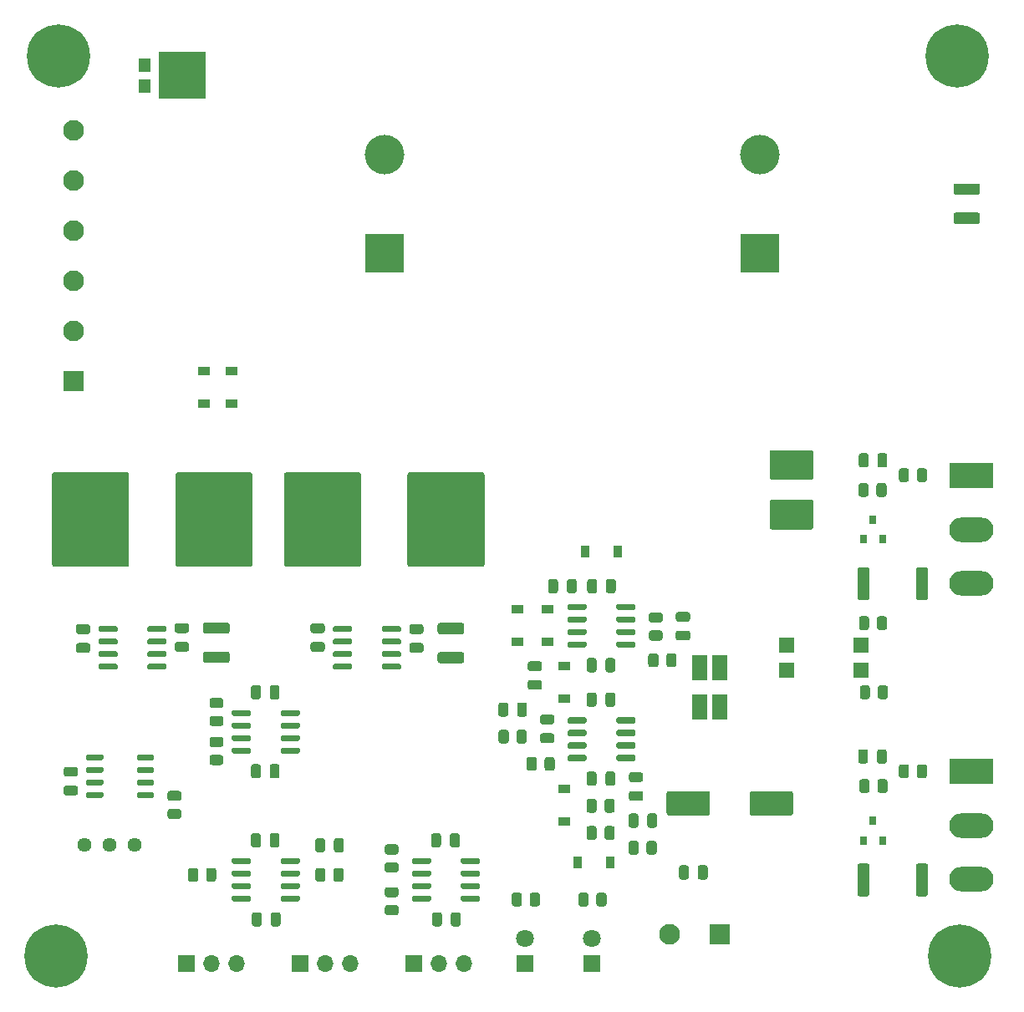
<source format=gbr>
%TF.GenerationSoftware,KiCad,Pcbnew,(5.1.10-1-10_14)*%
%TF.CreationDate,2021-12-23T00:47:36+01:00*%
%TF.ProjectId,NordstroemSupply,4e6f7264-7374-4726-9f65-6d537570706c,rev?*%
%TF.SameCoordinates,Original*%
%TF.FileFunction,Soldermask,Top*%
%TF.FilePolarity,Negative*%
%FSLAX46Y46*%
G04 Gerber Fmt 4.6, Leading zero omitted, Abs format (unit mm)*
G04 Created by KiCad (PCBNEW (5.1.10-1-10_14)) date 2021-12-23 00:47:36*
%MOMM*%
%LPD*%
G01*
G04 APERTURE LIST*
%ADD10R,1.500000X1.500000*%
%ADD11C,0.800000*%
%ADD12C,6.400000*%
%ADD13R,4.000000X4.000000*%
%ADD14C,4.000000*%
%ADD15R,1.270000X1.400000*%
%ADD16R,4.720000X4.800000*%
%ADD17R,1.200000X0.900000*%
%ADD18R,0.900000X1.200000*%
%ADD19R,1.800000X1.800000*%
%ADD20C,1.800000*%
%ADD21R,2.100000X2.100000*%
%ADD22C,2.100000*%
%ADD23R,4.500000X2.500000*%
%ADD24O,4.500000X2.500000*%
%ADD25R,0.800000X0.900000*%
%ADD26R,1.550000X2.550000*%
%ADD27C,1.440000*%
%ADD28R,1.700000X1.700000*%
%ADD29O,1.700000X1.700000*%
G04 APERTURE END LIST*
D10*
%TO.C,H8*%
X78250000Y35750000D03*
%TD*%
%TO.C,H7*%
X85750000Y35750000D03*
%TD*%
%TO.C,H6*%
X78250000Y33250000D03*
%TD*%
%TO.C,C12*%
G36*
G01*
X3850000Y43949997D02*
X3850000Y53050003D01*
G75*
G02*
X4099997Y53300000I249997J0D01*
G01*
X11400003Y53300000D01*
G75*
G02*
X11650000Y53050003I0J-249997D01*
G01*
X11650000Y43949997D01*
G75*
G02*
X11400003Y43700000I-249997J0D01*
G01*
X4099997Y43700000D01*
G75*
G02*
X3850000Y43949997I0J249997D01*
G01*
G37*
G36*
G01*
X16350000Y43949997D02*
X16350000Y53050003D01*
G75*
G02*
X16599997Y53300000I249997J0D01*
G01*
X23900003Y53300000D01*
G75*
G02*
X24150000Y53050003I0J-249997D01*
G01*
X24150000Y43949997D01*
G75*
G02*
X23900003Y43700000I-249997J0D01*
G01*
X16599997Y43700000D01*
G75*
G02*
X16350000Y43949997I0J249997D01*
G01*
G37*
%TD*%
D11*
%TO.C,H4*%
X97447056Y5947056D03*
X95750000Y6650000D03*
X94052944Y5947056D03*
X93350000Y4250000D03*
X94052944Y2552944D03*
X95750000Y1850000D03*
X97447056Y2552944D03*
X98150000Y4250000D03*
D12*
X95750000Y4250000D03*
%TD*%
D11*
%TO.C,H3*%
X5947056Y5947056D03*
X4250000Y6650000D03*
X2552944Y5947056D03*
X1850000Y4250000D03*
X2552944Y2552944D03*
X4250000Y1850000D03*
X5947056Y2552944D03*
X6650000Y4250000D03*
D12*
X4250000Y4250000D03*
%TD*%
D11*
%TO.C,H2*%
X97197056Y97197056D03*
X95500000Y97900000D03*
X93802944Y97197056D03*
X93100000Y95500000D03*
X93802944Y93802944D03*
X95500000Y93100000D03*
X97197056Y93802944D03*
X97900000Y95500000D03*
D12*
X95500000Y95500000D03*
%TD*%
D11*
%TO.C,H1*%
X6197056Y97197056D03*
X4500000Y97900000D03*
X2802944Y97197056D03*
X2100000Y95500000D03*
X2802944Y93802944D03*
X4500000Y93100000D03*
X6197056Y93802944D03*
X6900000Y95500000D03*
D12*
X4500000Y95500000D03*
%TD*%
%TO.C,C23*%
G36*
G01*
X70500000Y20750000D02*
X70500000Y18750000D01*
G75*
G02*
X70250000Y18500000I-250000J0D01*
G01*
X66350000Y18500000D01*
G75*
G02*
X66100000Y18750000I0J250000D01*
G01*
X66100000Y20750000D01*
G75*
G02*
X66350000Y21000000I250000J0D01*
G01*
X70250000Y21000000D01*
G75*
G02*
X70500000Y20750000I0J-250000D01*
G01*
G37*
G36*
G01*
X78900000Y20750000D02*
X78900000Y18750000D01*
G75*
G02*
X78650000Y18500000I-250000J0D01*
G01*
X74750000Y18500000D01*
G75*
G02*
X74500000Y18750000I0J250000D01*
G01*
X74500000Y20750000D01*
G75*
G02*
X74750000Y21000000I250000J0D01*
G01*
X78650000Y21000000D01*
G75*
G02*
X78900000Y20750000I0J-250000D01*
G01*
G37*
%TD*%
D13*
%TO.C,C1*%
X37500000Y75500000D03*
D14*
X37500000Y85500000D03*
%TD*%
%TO.C,C2*%
X75500000Y85500000D03*
D13*
X75500000Y75500000D03*
%TD*%
%TO.C,C3*%
G36*
G01*
X97600001Y78450000D02*
X95399999Y78450000D01*
G75*
G02*
X95150000Y78699999I0J249999D01*
G01*
X95150000Y79350001D01*
G75*
G02*
X95399999Y79600000I249999J0D01*
G01*
X97600001Y79600000D01*
G75*
G02*
X97850000Y79350001I0J-249999D01*
G01*
X97850000Y78699999D01*
G75*
G02*
X97600001Y78450000I-249999J0D01*
G01*
G37*
G36*
G01*
X97600001Y81400000D02*
X95399999Y81400000D01*
G75*
G02*
X95150000Y81649999I0J249999D01*
G01*
X95150000Y82300001D01*
G75*
G02*
X95399999Y82550000I249999J0D01*
G01*
X97600001Y82550000D01*
G75*
G02*
X97850000Y82300001I0J-249999D01*
G01*
X97850000Y81649999D01*
G75*
G02*
X97600001Y81400000I-249999J0D01*
G01*
G37*
%TD*%
%TO.C,C4*%
G36*
G01*
X39850000Y43949997D02*
X39850000Y53050003D01*
G75*
G02*
X40099997Y53300000I249997J0D01*
G01*
X47400003Y53300000D01*
G75*
G02*
X47650000Y53050003I0J-249997D01*
G01*
X47650000Y43949997D01*
G75*
G02*
X47400003Y43700000I-249997J0D01*
G01*
X40099997Y43700000D01*
G75*
G02*
X39850000Y43949997I0J249997D01*
G01*
G37*
G36*
G01*
X27350000Y43949997D02*
X27350000Y53050003D01*
G75*
G02*
X27599997Y53300000I249997J0D01*
G01*
X34900003Y53300000D01*
G75*
G02*
X35150000Y53050003I0J-249997D01*
G01*
X35150000Y43949997D01*
G75*
G02*
X34900003Y43700000I-249997J0D01*
G01*
X27599997Y43700000D01*
G75*
G02*
X27350000Y43949997I0J249997D01*
G01*
G37*
%TD*%
%TO.C,C5*%
G36*
G01*
X43149999Y38025000D02*
X45350001Y38025000D01*
G75*
G02*
X45600000Y37775001I0J-249999D01*
G01*
X45600000Y37124999D01*
G75*
G02*
X45350001Y36875000I-249999J0D01*
G01*
X43149999Y36875000D01*
G75*
G02*
X42900000Y37124999I0J249999D01*
G01*
X42900000Y37775001D01*
G75*
G02*
X43149999Y38025000I249999J0D01*
G01*
G37*
G36*
G01*
X43149999Y35075000D02*
X45350001Y35075000D01*
G75*
G02*
X45600000Y34825001I0J-249999D01*
G01*
X45600000Y34174999D01*
G75*
G02*
X45350001Y33925000I-249999J0D01*
G01*
X43149999Y33925000D01*
G75*
G02*
X42900000Y34174999I0J249999D01*
G01*
X42900000Y34825001D01*
G75*
G02*
X43149999Y35075000I249999J0D01*
G01*
G37*
%TD*%
%TO.C,C6*%
G36*
G01*
X40275000Y36000000D02*
X41225000Y36000000D01*
G75*
G02*
X41475000Y35750000I0J-250000D01*
G01*
X41475000Y35250000D01*
G75*
G02*
X41225000Y35000000I-250000J0D01*
G01*
X40275000Y35000000D01*
G75*
G02*
X40025000Y35250000I0J250000D01*
G01*
X40025000Y35750000D01*
G75*
G02*
X40275000Y36000000I250000J0D01*
G01*
G37*
G36*
G01*
X40275000Y37900000D02*
X41225000Y37900000D01*
G75*
G02*
X41475000Y37650000I0J-250000D01*
G01*
X41475000Y37150000D01*
G75*
G02*
X41225000Y36900000I-250000J0D01*
G01*
X40275000Y36900000D01*
G75*
G02*
X40025000Y37150000I0J250000D01*
G01*
X40025000Y37650000D01*
G75*
G02*
X40275000Y37900000I250000J0D01*
G01*
G37*
%TD*%
%TO.C,C7*%
G36*
G01*
X30275000Y38000000D02*
X31225000Y38000000D01*
G75*
G02*
X31475000Y37750000I0J-250000D01*
G01*
X31475000Y37250000D01*
G75*
G02*
X31225000Y37000000I-250000J0D01*
G01*
X30275000Y37000000D01*
G75*
G02*
X30025000Y37250000I0J250000D01*
G01*
X30025000Y37750000D01*
G75*
G02*
X30275000Y38000000I250000J0D01*
G01*
G37*
G36*
G01*
X30275000Y36100000D02*
X31225000Y36100000D01*
G75*
G02*
X31475000Y35850000I0J-250000D01*
G01*
X31475000Y35350000D01*
G75*
G02*
X31225000Y35100000I-250000J0D01*
G01*
X30275000Y35100000D01*
G75*
G02*
X30025000Y35350000I0J250000D01*
G01*
X30025000Y35850000D01*
G75*
G02*
X30275000Y36100000I250000J0D01*
G01*
G37*
%TD*%
%TO.C,C8*%
G36*
G01*
X26900000Y31475000D02*
X26900000Y30525000D01*
G75*
G02*
X26650000Y30275000I-250000J0D01*
G01*
X26150000Y30275000D01*
G75*
G02*
X25900000Y30525000I0J250000D01*
G01*
X25900000Y31475000D01*
G75*
G02*
X26150000Y31725000I250000J0D01*
G01*
X26650000Y31725000D01*
G75*
G02*
X26900000Y31475000I0J-250000D01*
G01*
G37*
G36*
G01*
X25000000Y31475000D02*
X25000000Y30525000D01*
G75*
G02*
X24750000Y30275000I-250000J0D01*
G01*
X24250000Y30275000D01*
G75*
G02*
X24000000Y30525000I0J250000D01*
G01*
X24000000Y31475000D01*
G75*
G02*
X24250000Y31725000I250000J0D01*
G01*
X24750000Y31725000D01*
G75*
G02*
X25000000Y31475000I0J-250000D01*
G01*
G37*
%TD*%
%TO.C,C9*%
G36*
G01*
X26900000Y16475000D02*
X26900000Y15525000D01*
G75*
G02*
X26650000Y15275000I-250000J0D01*
G01*
X26150000Y15275000D01*
G75*
G02*
X25900000Y15525000I0J250000D01*
G01*
X25900000Y16475000D01*
G75*
G02*
X26150000Y16725000I250000J0D01*
G01*
X26650000Y16725000D01*
G75*
G02*
X26900000Y16475000I0J-250000D01*
G01*
G37*
G36*
G01*
X25000000Y16475000D02*
X25000000Y15525000D01*
G75*
G02*
X24750000Y15275000I-250000J0D01*
G01*
X24250000Y15275000D01*
G75*
G02*
X24000000Y15525000I0J250000D01*
G01*
X24000000Y16475000D01*
G75*
G02*
X24250000Y16725000I250000J0D01*
G01*
X24750000Y16725000D01*
G75*
G02*
X25000000Y16475000I0J-250000D01*
G01*
G37*
%TD*%
%TO.C,C10*%
G36*
G01*
X60950000Y42225000D02*
X60950000Y41275000D01*
G75*
G02*
X60700000Y41025000I-250000J0D01*
G01*
X60200000Y41025000D01*
G75*
G02*
X59950000Y41275000I0J250000D01*
G01*
X59950000Y42225000D01*
G75*
G02*
X60200000Y42475000I250000J0D01*
G01*
X60700000Y42475000D01*
G75*
G02*
X60950000Y42225000I0J-250000D01*
G01*
G37*
G36*
G01*
X59050000Y42225000D02*
X59050000Y41275000D01*
G75*
G02*
X58800000Y41025000I-250000J0D01*
G01*
X58300000Y41025000D01*
G75*
G02*
X58050000Y41275000I0J250000D01*
G01*
X58050000Y42225000D01*
G75*
G02*
X58300000Y42475000I250000J0D01*
G01*
X58800000Y42475000D01*
G75*
G02*
X59050000Y42225000I0J-250000D01*
G01*
G37*
%TD*%
%TO.C,C11*%
G36*
G01*
X60900000Y30725000D02*
X60900000Y29775000D01*
G75*
G02*
X60650000Y29525000I-250000J0D01*
G01*
X60150000Y29525000D01*
G75*
G02*
X59900000Y29775000I0J250000D01*
G01*
X59900000Y30725000D01*
G75*
G02*
X60150000Y30975000I250000J0D01*
G01*
X60650000Y30975000D01*
G75*
G02*
X60900000Y30725000I0J-250000D01*
G01*
G37*
G36*
G01*
X59000000Y30725000D02*
X59000000Y29775000D01*
G75*
G02*
X58750000Y29525000I-250000J0D01*
G01*
X58250000Y29525000D01*
G75*
G02*
X58000000Y29775000I0J250000D01*
G01*
X58000000Y30725000D01*
G75*
G02*
X58250000Y30975000I250000J0D01*
G01*
X58750000Y30975000D01*
G75*
G02*
X59000000Y30725000I0J-250000D01*
G01*
G37*
%TD*%
%TO.C,C13*%
G36*
G01*
X21600001Y36925000D02*
X19399999Y36925000D01*
G75*
G02*
X19150000Y37174999I0J249999D01*
G01*
X19150000Y37825001D01*
G75*
G02*
X19399999Y38075000I249999J0D01*
G01*
X21600001Y38075000D01*
G75*
G02*
X21850000Y37825001I0J-249999D01*
G01*
X21850000Y37174999D01*
G75*
G02*
X21600001Y36925000I-249999J0D01*
G01*
G37*
G36*
G01*
X21600001Y33975000D02*
X19399999Y33975000D01*
G75*
G02*
X19150000Y34224999I0J249999D01*
G01*
X19150000Y34875001D01*
G75*
G02*
X19399999Y35125000I249999J0D01*
G01*
X21600001Y35125000D01*
G75*
G02*
X21850000Y34875001I0J-249999D01*
G01*
X21850000Y34224999D01*
G75*
G02*
X21600001Y33975000I-249999J0D01*
G01*
G37*
%TD*%
%TO.C,C14*%
G36*
G01*
X17475000Y35100000D02*
X16525000Y35100000D01*
G75*
G02*
X16275000Y35350000I0J250000D01*
G01*
X16275000Y35850000D01*
G75*
G02*
X16525000Y36100000I250000J0D01*
G01*
X17475000Y36100000D01*
G75*
G02*
X17725000Y35850000I0J-250000D01*
G01*
X17725000Y35350000D01*
G75*
G02*
X17475000Y35100000I-250000J0D01*
G01*
G37*
G36*
G01*
X17475000Y37000000D02*
X16525000Y37000000D01*
G75*
G02*
X16275000Y37250000I0J250000D01*
G01*
X16275000Y37750000D01*
G75*
G02*
X16525000Y38000000I250000J0D01*
G01*
X17475000Y38000000D01*
G75*
G02*
X17725000Y37750000I0J-250000D01*
G01*
X17725000Y37250000D01*
G75*
G02*
X17475000Y37000000I-250000J0D01*
G01*
G37*
%TD*%
%TO.C,C15*%
G36*
G01*
X7475000Y36900000D02*
X6525000Y36900000D01*
G75*
G02*
X6275000Y37150000I0J250000D01*
G01*
X6275000Y37650000D01*
G75*
G02*
X6525000Y37900000I250000J0D01*
G01*
X7475000Y37900000D01*
G75*
G02*
X7725000Y37650000I0J-250000D01*
G01*
X7725000Y37150000D01*
G75*
G02*
X7475000Y36900000I-250000J0D01*
G01*
G37*
G36*
G01*
X7475000Y35000000D02*
X6525000Y35000000D01*
G75*
G02*
X6275000Y35250000I0J250000D01*
G01*
X6275000Y35750000D01*
G75*
G02*
X6525000Y36000000I250000J0D01*
G01*
X7475000Y36000000D01*
G75*
G02*
X7725000Y35750000I0J-250000D01*
G01*
X7725000Y35250000D01*
G75*
G02*
X7475000Y35000000I-250000J0D01*
G01*
G37*
%TD*%
%TO.C,C16*%
G36*
G01*
X25000000Y23475000D02*
X25000000Y22525000D01*
G75*
G02*
X24750000Y22275000I-250000J0D01*
G01*
X24250000Y22275000D01*
G75*
G02*
X24000000Y22525000I0J250000D01*
G01*
X24000000Y23475000D01*
G75*
G02*
X24250000Y23725000I250000J0D01*
G01*
X24750000Y23725000D01*
G75*
G02*
X25000000Y23475000I0J-250000D01*
G01*
G37*
G36*
G01*
X26900000Y23475000D02*
X26900000Y22525000D01*
G75*
G02*
X26650000Y22275000I-250000J0D01*
G01*
X26150000Y22275000D01*
G75*
G02*
X25900000Y22525000I0J250000D01*
G01*
X25900000Y23475000D01*
G75*
G02*
X26150000Y23725000I250000J0D01*
G01*
X26650000Y23725000D01*
G75*
G02*
X26900000Y23475000I0J-250000D01*
G01*
G37*
%TD*%
%TO.C,C17*%
G36*
G01*
X25100000Y8475000D02*
X25100000Y7525000D01*
G75*
G02*
X24850000Y7275000I-250000J0D01*
G01*
X24350000Y7275000D01*
G75*
G02*
X24100000Y7525000I0J250000D01*
G01*
X24100000Y8475000D01*
G75*
G02*
X24350000Y8725000I250000J0D01*
G01*
X24850000Y8725000D01*
G75*
G02*
X25100000Y8475000I0J-250000D01*
G01*
G37*
G36*
G01*
X27000000Y8475000D02*
X27000000Y7525000D01*
G75*
G02*
X26750000Y7275000I-250000J0D01*
G01*
X26250000Y7275000D01*
G75*
G02*
X26000000Y7525000I0J250000D01*
G01*
X26000000Y8475000D01*
G75*
G02*
X26250000Y8725000I250000J0D01*
G01*
X26750000Y8725000D01*
G75*
G02*
X27000000Y8475000I0J-250000D01*
G01*
G37*
%TD*%
%TO.C,C18*%
G36*
G01*
X59000000Y34225000D02*
X59000000Y33275000D01*
G75*
G02*
X58750000Y33025000I-250000J0D01*
G01*
X58250000Y33025000D01*
G75*
G02*
X58000000Y33275000I0J250000D01*
G01*
X58000000Y34225000D01*
G75*
G02*
X58250000Y34475000I250000J0D01*
G01*
X58750000Y34475000D01*
G75*
G02*
X59000000Y34225000I0J-250000D01*
G01*
G37*
G36*
G01*
X60900000Y34225000D02*
X60900000Y33275000D01*
G75*
G02*
X60650000Y33025000I-250000J0D01*
G01*
X60150000Y33025000D01*
G75*
G02*
X59900000Y33275000I0J250000D01*
G01*
X59900000Y34225000D01*
G75*
G02*
X60150000Y34475000I250000J0D01*
G01*
X60650000Y34475000D01*
G75*
G02*
X60900000Y34225000I0J-250000D01*
G01*
G37*
%TD*%
%TO.C,C19*%
G36*
G01*
X59000000Y22725000D02*
X59000000Y21775000D01*
G75*
G02*
X58750000Y21525000I-250000J0D01*
G01*
X58250000Y21525000D01*
G75*
G02*
X58000000Y21775000I0J250000D01*
G01*
X58000000Y22725000D01*
G75*
G02*
X58250000Y22975000I250000J0D01*
G01*
X58750000Y22975000D01*
G75*
G02*
X59000000Y22725000I0J-250000D01*
G01*
G37*
G36*
G01*
X60900000Y22725000D02*
X60900000Y21775000D01*
G75*
G02*
X60650000Y21525000I-250000J0D01*
G01*
X60150000Y21525000D01*
G75*
G02*
X59900000Y21775000I0J250000D01*
G01*
X59900000Y22725000D01*
G75*
G02*
X60150000Y22975000I250000J0D01*
G01*
X60650000Y22975000D01*
G75*
G02*
X60900000Y22725000I0J-250000D01*
G01*
G37*
%TD*%
%TO.C,C20*%
G36*
G01*
X68225000Y38150000D02*
X67275000Y38150000D01*
G75*
G02*
X67025000Y38400000I0J250000D01*
G01*
X67025000Y38900000D01*
G75*
G02*
X67275000Y39150000I250000J0D01*
G01*
X68225000Y39150000D01*
G75*
G02*
X68475000Y38900000I0J-250000D01*
G01*
X68475000Y38400000D01*
G75*
G02*
X68225000Y38150000I-250000J0D01*
G01*
G37*
G36*
G01*
X68225000Y36250000D02*
X67275000Y36250000D01*
G75*
G02*
X67025000Y36500000I0J250000D01*
G01*
X67025000Y37000000D01*
G75*
G02*
X67275000Y37250000I250000J0D01*
G01*
X68225000Y37250000D01*
G75*
G02*
X68475000Y37000000I0J-250000D01*
G01*
X68475000Y36500000D01*
G75*
G02*
X68225000Y36250000I-250000J0D01*
G01*
G37*
%TD*%
%TO.C,C21*%
G36*
G01*
X88450000Y54975000D02*
X88450000Y54025000D01*
G75*
G02*
X88200000Y53775000I-250000J0D01*
G01*
X87700000Y53775000D01*
G75*
G02*
X87450000Y54025000I0J250000D01*
G01*
X87450000Y54975000D01*
G75*
G02*
X87700000Y55225000I250000J0D01*
G01*
X88200000Y55225000D01*
G75*
G02*
X88450000Y54975000I0J-250000D01*
G01*
G37*
G36*
G01*
X86550000Y54975000D02*
X86550000Y54025000D01*
G75*
G02*
X86300000Y53775000I-250000J0D01*
G01*
X85800000Y53775000D01*
G75*
G02*
X85550000Y54025000I0J250000D01*
G01*
X85550000Y54975000D01*
G75*
G02*
X85800000Y55225000I250000J0D01*
G01*
X86300000Y55225000D01*
G75*
G02*
X86550000Y54975000I0J-250000D01*
G01*
G37*
%TD*%
%TO.C,C22*%
G36*
G01*
X54100000Y41275000D02*
X54100000Y42225000D01*
G75*
G02*
X54350000Y42475000I250000J0D01*
G01*
X54850000Y42475000D01*
G75*
G02*
X55100000Y42225000I0J-250000D01*
G01*
X55100000Y41275000D01*
G75*
G02*
X54850000Y41025000I-250000J0D01*
G01*
X54350000Y41025000D01*
G75*
G02*
X54100000Y41275000I0J250000D01*
G01*
G37*
G36*
G01*
X56000000Y41275000D02*
X56000000Y42225000D01*
G75*
G02*
X56250000Y42475000I250000J0D01*
G01*
X56750000Y42475000D01*
G75*
G02*
X57000000Y42225000I0J-250000D01*
G01*
X57000000Y41275000D01*
G75*
G02*
X56750000Y41025000I-250000J0D01*
G01*
X56250000Y41025000D01*
G75*
G02*
X56000000Y41275000I0J250000D01*
G01*
G37*
%TD*%
%TO.C,C24*%
G36*
G01*
X70250000Y13225000D02*
X70250000Y12275000D01*
G75*
G02*
X70000000Y12025000I-250000J0D01*
G01*
X69500000Y12025000D01*
G75*
G02*
X69250000Y12275000I0J250000D01*
G01*
X69250000Y13225000D01*
G75*
G02*
X69500000Y13475000I250000J0D01*
G01*
X70000000Y13475000D01*
G75*
G02*
X70250000Y13225000I0J-250000D01*
G01*
G37*
G36*
G01*
X68350000Y13225000D02*
X68350000Y12275000D01*
G75*
G02*
X68100000Y12025000I-250000J0D01*
G01*
X67600000Y12025000D01*
G75*
G02*
X67350000Y12275000I0J250000D01*
G01*
X67350000Y13225000D01*
G75*
G02*
X67600000Y13475000I250000J0D01*
G01*
X68100000Y13475000D01*
G75*
G02*
X68350000Y13225000I0J-250000D01*
G01*
G37*
%TD*%
%TO.C,C25*%
G36*
G01*
X86500000Y24975000D02*
X86500000Y24025000D01*
G75*
G02*
X86250000Y23775000I-250000J0D01*
G01*
X85750000Y23775000D01*
G75*
G02*
X85500000Y24025000I0J250000D01*
G01*
X85500000Y24975000D01*
G75*
G02*
X85750000Y25225000I250000J0D01*
G01*
X86250000Y25225000D01*
G75*
G02*
X86500000Y24975000I0J-250000D01*
G01*
G37*
G36*
G01*
X88400000Y24975000D02*
X88400000Y24025000D01*
G75*
G02*
X88150000Y23775000I-250000J0D01*
G01*
X87650000Y23775000D01*
G75*
G02*
X87400000Y24025000I0J250000D01*
G01*
X87400000Y24975000D01*
G75*
G02*
X87650000Y25225000I250000J0D01*
G01*
X88150000Y25225000D01*
G75*
G02*
X88400000Y24975000I0J-250000D01*
G01*
G37*
%TD*%
%TO.C,C26*%
G36*
G01*
X49050000Y28775000D02*
X49050000Y29725000D01*
G75*
G02*
X49300000Y29975000I250000J0D01*
G01*
X49800000Y29975000D01*
G75*
G02*
X50050000Y29725000I0J-250000D01*
G01*
X50050000Y28775000D01*
G75*
G02*
X49800000Y28525000I-250000J0D01*
G01*
X49300000Y28525000D01*
G75*
G02*
X49050000Y28775000I0J250000D01*
G01*
G37*
G36*
G01*
X50950000Y28775000D02*
X50950000Y29725000D01*
G75*
G02*
X51200000Y29975000I250000J0D01*
G01*
X51700000Y29975000D01*
G75*
G02*
X51950000Y29725000I0J-250000D01*
G01*
X51950000Y28775000D01*
G75*
G02*
X51700000Y28525000I-250000J0D01*
G01*
X51200000Y28525000D01*
G75*
G02*
X50950000Y28775000I0J250000D01*
G01*
G37*
%TD*%
%TO.C,C27*%
G36*
G01*
X54475000Y27750000D02*
X53525000Y27750000D01*
G75*
G02*
X53275000Y28000000I0J250000D01*
G01*
X53275000Y28500000D01*
G75*
G02*
X53525000Y28750000I250000J0D01*
G01*
X54475000Y28750000D01*
G75*
G02*
X54725000Y28500000I0J-250000D01*
G01*
X54725000Y28000000D01*
G75*
G02*
X54475000Y27750000I-250000J0D01*
G01*
G37*
G36*
G01*
X54475000Y25850000D02*
X53525000Y25850000D01*
G75*
G02*
X53275000Y26100000I0J250000D01*
G01*
X53275000Y26600000D01*
G75*
G02*
X53525000Y26850000I250000J0D01*
G01*
X54475000Y26850000D01*
G75*
G02*
X54725000Y26600000I0J-250000D01*
G01*
X54725000Y26100000D01*
G75*
G02*
X54475000Y25850000I-250000J0D01*
G01*
G37*
%TD*%
%TO.C,C28*%
G36*
G01*
X62525000Y21000000D02*
X63475000Y21000000D01*
G75*
G02*
X63725000Y20750000I0J-250000D01*
G01*
X63725000Y20250000D01*
G75*
G02*
X63475000Y20000000I-250000J0D01*
G01*
X62525000Y20000000D01*
G75*
G02*
X62275000Y20250000I0J250000D01*
G01*
X62275000Y20750000D01*
G75*
G02*
X62525000Y21000000I250000J0D01*
G01*
G37*
G36*
G01*
X62525000Y22900000D02*
X63475000Y22900000D01*
G75*
G02*
X63725000Y22650000I0J-250000D01*
G01*
X63725000Y22150000D01*
G75*
G02*
X63475000Y21900000I-250000J0D01*
G01*
X62525000Y21900000D01*
G75*
G02*
X62275000Y22150000I0J250000D01*
G01*
X62275000Y22650000D01*
G75*
G02*
X62525000Y22900000I250000J0D01*
G01*
G37*
%TD*%
%TO.C,C29*%
G36*
G01*
X53225000Y31250000D02*
X52275000Y31250000D01*
G75*
G02*
X52025000Y31500000I0J250000D01*
G01*
X52025000Y32000000D01*
G75*
G02*
X52275000Y32250000I250000J0D01*
G01*
X53225000Y32250000D01*
G75*
G02*
X53475000Y32000000I0J-250000D01*
G01*
X53475000Y31500000D01*
G75*
G02*
X53225000Y31250000I-250000J0D01*
G01*
G37*
G36*
G01*
X53225000Y33150000D02*
X52275000Y33150000D01*
G75*
G02*
X52025000Y33400000I0J250000D01*
G01*
X52025000Y33900000D01*
G75*
G02*
X52275000Y34150000I250000J0D01*
G01*
X53225000Y34150000D01*
G75*
G02*
X53475000Y33900000I0J-250000D01*
G01*
X53475000Y33400000D01*
G75*
G02*
X53225000Y33150000I-250000J0D01*
G01*
G37*
%TD*%
%TO.C,C30*%
G36*
G01*
X64150000Y17525000D02*
X64150000Y18475000D01*
G75*
G02*
X64400000Y18725000I250000J0D01*
G01*
X64900000Y18725000D01*
G75*
G02*
X65150000Y18475000I0J-250000D01*
G01*
X65150000Y17525000D01*
G75*
G02*
X64900000Y17275000I-250000J0D01*
G01*
X64400000Y17275000D01*
G75*
G02*
X64150000Y17525000I0J250000D01*
G01*
G37*
G36*
G01*
X62250000Y17525000D02*
X62250000Y18475000D01*
G75*
G02*
X62500000Y18725000I250000J0D01*
G01*
X63000000Y18725000D01*
G75*
G02*
X63250000Y18475000I0J-250000D01*
G01*
X63250000Y17525000D01*
G75*
G02*
X63000000Y17275000I-250000J0D01*
G01*
X62500000Y17275000D01*
G75*
G02*
X62250000Y17525000I0J250000D01*
G01*
G37*
%TD*%
%TO.C,C31*%
G36*
G01*
X43250000Y16475000D02*
X43250000Y15525000D01*
G75*
G02*
X43000000Y15275000I-250000J0D01*
G01*
X42500000Y15275000D01*
G75*
G02*
X42250000Y15525000I0J250000D01*
G01*
X42250000Y16475000D01*
G75*
G02*
X42500000Y16725000I250000J0D01*
G01*
X43000000Y16725000D01*
G75*
G02*
X43250000Y16475000I0J-250000D01*
G01*
G37*
G36*
G01*
X45150000Y16475000D02*
X45150000Y15525000D01*
G75*
G02*
X44900000Y15275000I-250000J0D01*
G01*
X44400000Y15275000D01*
G75*
G02*
X44150000Y15525000I0J250000D01*
G01*
X44150000Y16475000D01*
G75*
G02*
X44400000Y16725000I250000J0D01*
G01*
X44900000Y16725000D01*
G75*
G02*
X45150000Y16475000I0J-250000D01*
G01*
G37*
%TD*%
%TO.C,C32*%
G36*
G01*
X43350000Y8475000D02*
X43350000Y7525000D01*
G75*
G02*
X43100000Y7275000I-250000J0D01*
G01*
X42600000Y7275000D01*
G75*
G02*
X42350000Y7525000I0J250000D01*
G01*
X42350000Y8475000D01*
G75*
G02*
X42600000Y8725000I250000J0D01*
G01*
X43100000Y8725000D01*
G75*
G02*
X43350000Y8475000I0J-250000D01*
G01*
G37*
G36*
G01*
X45250000Y8475000D02*
X45250000Y7525000D01*
G75*
G02*
X45000000Y7275000I-250000J0D01*
G01*
X44500000Y7275000D01*
G75*
G02*
X44250000Y7525000I0J250000D01*
G01*
X44250000Y8475000D01*
G75*
G02*
X44500000Y8725000I250000J0D01*
G01*
X45000000Y8725000D01*
G75*
G02*
X45250000Y8475000I0J-250000D01*
G01*
G37*
%TD*%
%TO.C,C33*%
G36*
G01*
X5275000Y23450000D02*
X6225000Y23450000D01*
G75*
G02*
X6475000Y23200000I0J-250000D01*
G01*
X6475000Y22700000D01*
G75*
G02*
X6225000Y22450000I-250000J0D01*
G01*
X5275000Y22450000D01*
G75*
G02*
X5025000Y22700000I0J250000D01*
G01*
X5025000Y23200000D01*
G75*
G02*
X5275000Y23450000I250000J0D01*
G01*
G37*
G36*
G01*
X5275000Y21550000D02*
X6225000Y21550000D01*
G75*
G02*
X6475000Y21300000I0J-250000D01*
G01*
X6475000Y20800000D01*
G75*
G02*
X6225000Y20550000I-250000J0D01*
G01*
X5275000Y20550000D01*
G75*
G02*
X5025000Y20800000I0J250000D01*
G01*
X5025000Y21300000D01*
G75*
G02*
X5275000Y21550000I250000J0D01*
G01*
G37*
%TD*%
D15*
%TO.C,D1*%
X13235000Y92460000D03*
D16*
X17040000Y93500000D03*
D15*
X13235000Y94540000D03*
%TD*%
D17*
%TO.C,D2*%
X22000000Y63550000D03*
X22000000Y60250000D03*
%TD*%
%TO.C,D3*%
X19250000Y60250000D03*
X19250000Y63550000D03*
%TD*%
D18*
%TO.C,D4*%
X57850000Y45250000D03*
X61150000Y45250000D03*
%TD*%
D17*
%TO.C,D5*%
X54000000Y36100000D03*
X54000000Y39400000D03*
%TD*%
%TO.C,D6*%
X51000000Y36100000D03*
X51000000Y39400000D03*
%TD*%
D19*
%TO.C,D7*%
X51750000Y3500000D03*
D20*
X51750000Y6040000D03*
%TD*%
%TO.C,D8*%
X58500000Y6040000D03*
D19*
X58500000Y3500000D03*
%TD*%
D17*
%TO.C,D9*%
X55750000Y33650000D03*
X55750000Y30350000D03*
%TD*%
%TO.C,D10*%
X55750000Y17950000D03*
X55750000Y21250000D03*
%TD*%
D18*
%TO.C,D11*%
X57100000Y13750000D03*
X60400000Y13750000D03*
%TD*%
D21*
%TO.C,J1*%
X6000000Y62500000D03*
D22*
X6000000Y67580000D03*
X6000000Y72660000D03*
X6000000Y77740000D03*
X6000000Y82820000D03*
X6000000Y87900000D03*
%TD*%
D21*
%TO.C,J2*%
X71500000Y6500000D03*
D22*
X66420000Y6500000D03*
%TD*%
D23*
%TO.C,Q1*%
X97000000Y52950000D03*
D24*
X97000000Y47500000D03*
X97000000Y42050000D03*
%TD*%
D25*
%TO.C,Q2*%
X87000000Y48500000D03*
X87950000Y46500000D03*
X86050000Y46500000D03*
%TD*%
D24*
%TO.C,Q3*%
X97000000Y12050000D03*
X97000000Y17500000D03*
D23*
X97000000Y22950000D03*
%TD*%
D25*
%TO.C,Q4*%
X86050000Y16000000D03*
X87950000Y16000000D03*
X87000000Y18000000D03*
%TD*%
%TO.C,R3*%
G36*
G01*
X15799999Y21012500D02*
X16700001Y21012500D01*
G75*
G02*
X16950000Y20762501I0J-249999D01*
G01*
X16950000Y20237499D01*
G75*
G02*
X16700001Y19987500I-249999J0D01*
G01*
X15799999Y19987500D01*
G75*
G02*
X15550000Y20237499I0J249999D01*
G01*
X15550000Y20762501D01*
G75*
G02*
X15799999Y21012500I249999J0D01*
G01*
G37*
G36*
G01*
X15799999Y19187500D02*
X16700001Y19187500D01*
G75*
G02*
X16950000Y18937501I0J-249999D01*
G01*
X16950000Y18412499D01*
G75*
G02*
X16700001Y18162500I-249999J0D01*
G01*
X15799999Y18162500D01*
G75*
G02*
X15550000Y18412499I0J249999D01*
G01*
X15550000Y18937501D01*
G75*
G02*
X15799999Y19187500I249999J0D01*
G01*
G37*
%TD*%
%TO.C,R6*%
G36*
G01*
X92575000Y43425000D02*
X92575000Y40575000D01*
G75*
G02*
X92325000Y40325000I-250000J0D01*
G01*
X91600000Y40325000D01*
G75*
G02*
X91350000Y40575000I0J250000D01*
G01*
X91350000Y43425000D01*
G75*
G02*
X91600000Y43675000I250000J0D01*
G01*
X92325000Y43675000D01*
G75*
G02*
X92575000Y43425000I0J-250000D01*
G01*
G37*
G36*
G01*
X86650000Y43425000D02*
X86650000Y40575000D01*
G75*
G02*
X86400000Y40325000I-250000J0D01*
G01*
X85675000Y40325000D01*
G75*
G02*
X85425000Y40575000I0J250000D01*
G01*
X85425000Y43425000D01*
G75*
G02*
X85675000Y43675000I250000J0D01*
G01*
X86400000Y43675000D01*
G75*
G02*
X86650000Y43425000I0J-250000D01*
G01*
G37*
%TD*%
D26*
%TO.C,R11*%
X71500000Y33500000D03*
X69450000Y33500000D03*
X69450000Y29550000D03*
X71500000Y29550000D03*
%TD*%
%TO.C,R12*%
G36*
G01*
X33400000Y15975000D02*
X33400000Y15025000D01*
G75*
G02*
X33150000Y14775000I-250000J0D01*
G01*
X32650000Y14775000D01*
G75*
G02*
X32400000Y15025000I0J250000D01*
G01*
X32400000Y15975000D01*
G75*
G02*
X32650000Y16225000I250000J0D01*
G01*
X33150000Y16225000D01*
G75*
G02*
X33400000Y15975000I0J-250000D01*
G01*
G37*
G36*
G01*
X31500000Y15975000D02*
X31500000Y15025000D01*
G75*
G02*
X31250000Y14775000I-250000J0D01*
G01*
X30750000Y14775000D01*
G75*
G02*
X30500000Y15025000I0J250000D01*
G01*
X30500000Y15975000D01*
G75*
G02*
X30750000Y16225000I250000J0D01*
G01*
X31250000Y16225000D01*
G75*
G02*
X31500000Y15975000I0J-250000D01*
G01*
G37*
%TD*%
%TO.C,R13*%
G36*
G01*
X86650000Y13425000D02*
X86650000Y10575000D01*
G75*
G02*
X86400000Y10325000I-250000J0D01*
G01*
X85675000Y10325000D01*
G75*
G02*
X85425000Y10575000I0J250000D01*
G01*
X85425000Y13425000D01*
G75*
G02*
X85675000Y13675000I250000J0D01*
G01*
X86400000Y13675000D01*
G75*
G02*
X86650000Y13425000I0J-250000D01*
G01*
G37*
G36*
G01*
X92575000Y13425000D02*
X92575000Y10575000D01*
G75*
G02*
X92325000Y10325000I-250000J0D01*
G01*
X91600000Y10325000D01*
G75*
G02*
X91350000Y10575000I0J250000D01*
G01*
X91350000Y13425000D01*
G75*
G02*
X91600000Y13675000I250000J0D01*
G01*
X92325000Y13675000D01*
G75*
G02*
X92575000Y13425000I0J-250000D01*
G01*
G37*
%TD*%
%TO.C,R14*%
G36*
G01*
X80724999Y47487500D02*
X76775001Y47487500D01*
G75*
G02*
X76525000Y47737501I0J250001D01*
G01*
X76525000Y50262499D01*
G75*
G02*
X76775001Y50512500I250001J0D01*
G01*
X80724999Y50512500D01*
G75*
G02*
X80975000Y50262499I0J-250001D01*
G01*
X80975000Y47737501D01*
G75*
G02*
X80724999Y47487500I-250001J0D01*
G01*
G37*
G36*
G01*
X80724999Y52512500D02*
X76775001Y52512500D01*
G75*
G02*
X76525000Y52762501I0J250001D01*
G01*
X76525000Y55287499D01*
G75*
G02*
X76775001Y55537500I250001J0D01*
G01*
X80724999Y55537500D01*
G75*
G02*
X80975000Y55287499I0J-250001D01*
G01*
X80975000Y52762501D01*
G75*
G02*
X80724999Y52512500I-250001J0D01*
G01*
G37*
%TD*%
D27*
%TO.C,RV1*%
X12250000Y15500000D03*
X9710000Y15500000D03*
X7170000Y15500000D03*
%TD*%
D28*
%TO.C,RV2*%
X17500000Y3500000D03*
D29*
X20040000Y3500000D03*
X22580000Y3500000D03*
%TD*%
%TO.C,RV3*%
X34080000Y3500000D03*
X31540000Y3500000D03*
D28*
X29000000Y3500000D03*
%TD*%
%TO.C,SW1*%
X40500000Y3500000D03*
D29*
X43040000Y3500000D03*
X45580000Y3500000D03*
%TD*%
%TO.C,U1*%
G36*
G01*
X7300000Y24255000D02*
X7300000Y24555000D01*
G75*
G02*
X7450000Y24705000I150000J0D01*
G01*
X8900000Y24705000D01*
G75*
G02*
X9050000Y24555000I0J-150000D01*
G01*
X9050000Y24255000D01*
G75*
G02*
X8900000Y24105000I-150000J0D01*
G01*
X7450000Y24105000D01*
G75*
G02*
X7300000Y24255000I0J150000D01*
G01*
G37*
G36*
G01*
X7300000Y22985000D02*
X7300000Y23285000D01*
G75*
G02*
X7450000Y23435000I150000J0D01*
G01*
X8900000Y23435000D01*
G75*
G02*
X9050000Y23285000I0J-150000D01*
G01*
X9050000Y22985000D01*
G75*
G02*
X8900000Y22835000I-150000J0D01*
G01*
X7450000Y22835000D01*
G75*
G02*
X7300000Y22985000I0J150000D01*
G01*
G37*
G36*
G01*
X7300000Y21715000D02*
X7300000Y22015000D01*
G75*
G02*
X7450000Y22165000I150000J0D01*
G01*
X8900000Y22165000D01*
G75*
G02*
X9050000Y22015000I0J-150000D01*
G01*
X9050000Y21715000D01*
G75*
G02*
X8900000Y21565000I-150000J0D01*
G01*
X7450000Y21565000D01*
G75*
G02*
X7300000Y21715000I0J150000D01*
G01*
G37*
G36*
G01*
X7300000Y20445000D02*
X7300000Y20745000D01*
G75*
G02*
X7450000Y20895000I150000J0D01*
G01*
X8900000Y20895000D01*
G75*
G02*
X9050000Y20745000I0J-150000D01*
G01*
X9050000Y20445000D01*
G75*
G02*
X8900000Y20295000I-150000J0D01*
G01*
X7450000Y20295000D01*
G75*
G02*
X7300000Y20445000I0J150000D01*
G01*
G37*
G36*
G01*
X12450000Y20445000D02*
X12450000Y20745000D01*
G75*
G02*
X12600000Y20895000I150000J0D01*
G01*
X14050000Y20895000D01*
G75*
G02*
X14200000Y20745000I0J-150000D01*
G01*
X14200000Y20445000D01*
G75*
G02*
X14050000Y20295000I-150000J0D01*
G01*
X12600000Y20295000D01*
G75*
G02*
X12450000Y20445000I0J150000D01*
G01*
G37*
G36*
G01*
X12450000Y21715000D02*
X12450000Y22015000D01*
G75*
G02*
X12600000Y22165000I150000J0D01*
G01*
X14050000Y22165000D01*
G75*
G02*
X14200000Y22015000I0J-150000D01*
G01*
X14200000Y21715000D01*
G75*
G02*
X14050000Y21565000I-150000J0D01*
G01*
X12600000Y21565000D01*
G75*
G02*
X12450000Y21715000I0J150000D01*
G01*
G37*
G36*
G01*
X12450000Y22985000D02*
X12450000Y23285000D01*
G75*
G02*
X12600000Y23435000I150000J0D01*
G01*
X14050000Y23435000D01*
G75*
G02*
X14200000Y23285000I0J-150000D01*
G01*
X14200000Y22985000D01*
G75*
G02*
X14050000Y22835000I-150000J0D01*
G01*
X12600000Y22835000D01*
G75*
G02*
X12450000Y22985000I0J150000D01*
G01*
G37*
G36*
G01*
X12450000Y24255000D02*
X12450000Y24555000D01*
G75*
G02*
X12600000Y24705000I150000J0D01*
G01*
X14050000Y24705000D01*
G75*
G02*
X14200000Y24555000I0J-150000D01*
G01*
X14200000Y24255000D01*
G75*
G02*
X14050000Y24105000I-150000J0D01*
G01*
X12600000Y24105000D01*
G75*
G02*
X12450000Y24255000I0J150000D01*
G01*
G37*
%TD*%
%TO.C,U2*%
G36*
G01*
X27000000Y28755000D02*
X27000000Y29055000D01*
G75*
G02*
X27150000Y29205000I150000J0D01*
G01*
X28800000Y29205000D01*
G75*
G02*
X28950000Y29055000I0J-150000D01*
G01*
X28950000Y28755000D01*
G75*
G02*
X28800000Y28605000I-150000J0D01*
G01*
X27150000Y28605000D01*
G75*
G02*
X27000000Y28755000I0J150000D01*
G01*
G37*
G36*
G01*
X27000000Y27485000D02*
X27000000Y27785000D01*
G75*
G02*
X27150000Y27935000I150000J0D01*
G01*
X28800000Y27935000D01*
G75*
G02*
X28950000Y27785000I0J-150000D01*
G01*
X28950000Y27485000D01*
G75*
G02*
X28800000Y27335000I-150000J0D01*
G01*
X27150000Y27335000D01*
G75*
G02*
X27000000Y27485000I0J150000D01*
G01*
G37*
G36*
G01*
X27000000Y26215000D02*
X27000000Y26515000D01*
G75*
G02*
X27150000Y26665000I150000J0D01*
G01*
X28800000Y26665000D01*
G75*
G02*
X28950000Y26515000I0J-150000D01*
G01*
X28950000Y26215000D01*
G75*
G02*
X28800000Y26065000I-150000J0D01*
G01*
X27150000Y26065000D01*
G75*
G02*
X27000000Y26215000I0J150000D01*
G01*
G37*
G36*
G01*
X27000000Y24945000D02*
X27000000Y25245000D01*
G75*
G02*
X27150000Y25395000I150000J0D01*
G01*
X28800000Y25395000D01*
G75*
G02*
X28950000Y25245000I0J-150000D01*
G01*
X28950000Y24945000D01*
G75*
G02*
X28800000Y24795000I-150000J0D01*
G01*
X27150000Y24795000D01*
G75*
G02*
X27000000Y24945000I0J150000D01*
G01*
G37*
G36*
G01*
X22050000Y24945000D02*
X22050000Y25245000D01*
G75*
G02*
X22200000Y25395000I150000J0D01*
G01*
X23850000Y25395000D01*
G75*
G02*
X24000000Y25245000I0J-150000D01*
G01*
X24000000Y24945000D01*
G75*
G02*
X23850000Y24795000I-150000J0D01*
G01*
X22200000Y24795000D01*
G75*
G02*
X22050000Y24945000I0J150000D01*
G01*
G37*
G36*
G01*
X22050000Y26215000D02*
X22050000Y26515000D01*
G75*
G02*
X22200000Y26665000I150000J0D01*
G01*
X23850000Y26665000D01*
G75*
G02*
X24000000Y26515000I0J-150000D01*
G01*
X24000000Y26215000D01*
G75*
G02*
X23850000Y26065000I-150000J0D01*
G01*
X22200000Y26065000D01*
G75*
G02*
X22050000Y26215000I0J150000D01*
G01*
G37*
G36*
G01*
X22050000Y27485000D02*
X22050000Y27785000D01*
G75*
G02*
X22200000Y27935000I150000J0D01*
G01*
X23850000Y27935000D01*
G75*
G02*
X24000000Y27785000I0J-150000D01*
G01*
X24000000Y27485000D01*
G75*
G02*
X23850000Y27335000I-150000J0D01*
G01*
X22200000Y27335000D01*
G75*
G02*
X22050000Y27485000I0J150000D01*
G01*
G37*
G36*
G01*
X22050000Y28755000D02*
X22050000Y29055000D01*
G75*
G02*
X22200000Y29205000I150000J0D01*
G01*
X23850000Y29205000D01*
G75*
G02*
X24000000Y29055000I0J-150000D01*
G01*
X24000000Y28755000D01*
G75*
G02*
X23850000Y28605000I-150000J0D01*
G01*
X22200000Y28605000D01*
G75*
G02*
X22050000Y28755000I0J150000D01*
G01*
G37*
%TD*%
%TO.C,U3*%
G36*
G01*
X32300000Y37255000D02*
X32300000Y37555000D01*
G75*
G02*
X32450000Y37705000I150000J0D01*
G01*
X34100000Y37705000D01*
G75*
G02*
X34250000Y37555000I0J-150000D01*
G01*
X34250000Y37255000D01*
G75*
G02*
X34100000Y37105000I-150000J0D01*
G01*
X32450000Y37105000D01*
G75*
G02*
X32300000Y37255000I0J150000D01*
G01*
G37*
G36*
G01*
X32300000Y35985000D02*
X32300000Y36285000D01*
G75*
G02*
X32450000Y36435000I150000J0D01*
G01*
X34100000Y36435000D01*
G75*
G02*
X34250000Y36285000I0J-150000D01*
G01*
X34250000Y35985000D01*
G75*
G02*
X34100000Y35835000I-150000J0D01*
G01*
X32450000Y35835000D01*
G75*
G02*
X32300000Y35985000I0J150000D01*
G01*
G37*
G36*
G01*
X32300000Y34715000D02*
X32300000Y35015000D01*
G75*
G02*
X32450000Y35165000I150000J0D01*
G01*
X34100000Y35165000D01*
G75*
G02*
X34250000Y35015000I0J-150000D01*
G01*
X34250000Y34715000D01*
G75*
G02*
X34100000Y34565000I-150000J0D01*
G01*
X32450000Y34565000D01*
G75*
G02*
X32300000Y34715000I0J150000D01*
G01*
G37*
G36*
G01*
X32300000Y33445000D02*
X32300000Y33745000D01*
G75*
G02*
X32450000Y33895000I150000J0D01*
G01*
X34100000Y33895000D01*
G75*
G02*
X34250000Y33745000I0J-150000D01*
G01*
X34250000Y33445000D01*
G75*
G02*
X34100000Y33295000I-150000J0D01*
G01*
X32450000Y33295000D01*
G75*
G02*
X32300000Y33445000I0J150000D01*
G01*
G37*
G36*
G01*
X37250000Y33445000D02*
X37250000Y33745000D01*
G75*
G02*
X37400000Y33895000I150000J0D01*
G01*
X39050000Y33895000D01*
G75*
G02*
X39200000Y33745000I0J-150000D01*
G01*
X39200000Y33445000D01*
G75*
G02*
X39050000Y33295000I-150000J0D01*
G01*
X37400000Y33295000D01*
G75*
G02*
X37250000Y33445000I0J150000D01*
G01*
G37*
G36*
G01*
X37250000Y34715000D02*
X37250000Y35015000D01*
G75*
G02*
X37400000Y35165000I150000J0D01*
G01*
X39050000Y35165000D01*
G75*
G02*
X39200000Y35015000I0J-150000D01*
G01*
X39200000Y34715000D01*
G75*
G02*
X39050000Y34565000I-150000J0D01*
G01*
X37400000Y34565000D01*
G75*
G02*
X37250000Y34715000I0J150000D01*
G01*
G37*
G36*
G01*
X37250000Y35985000D02*
X37250000Y36285000D01*
G75*
G02*
X37400000Y36435000I150000J0D01*
G01*
X39050000Y36435000D01*
G75*
G02*
X39200000Y36285000I0J-150000D01*
G01*
X39200000Y35985000D01*
G75*
G02*
X39050000Y35835000I-150000J0D01*
G01*
X37400000Y35835000D01*
G75*
G02*
X37250000Y35985000I0J150000D01*
G01*
G37*
G36*
G01*
X37250000Y37255000D02*
X37250000Y37555000D01*
G75*
G02*
X37400000Y37705000I150000J0D01*
G01*
X39050000Y37705000D01*
G75*
G02*
X39200000Y37555000I0J-150000D01*
G01*
X39200000Y37255000D01*
G75*
G02*
X39050000Y37105000I-150000J0D01*
G01*
X37400000Y37105000D01*
G75*
G02*
X37250000Y37255000I0J150000D01*
G01*
G37*
%TD*%
%TO.C,U4*%
G36*
G01*
X13500000Y37255000D02*
X13500000Y37555000D01*
G75*
G02*
X13650000Y37705000I150000J0D01*
G01*
X15300000Y37705000D01*
G75*
G02*
X15450000Y37555000I0J-150000D01*
G01*
X15450000Y37255000D01*
G75*
G02*
X15300000Y37105000I-150000J0D01*
G01*
X13650000Y37105000D01*
G75*
G02*
X13500000Y37255000I0J150000D01*
G01*
G37*
G36*
G01*
X13500000Y35985000D02*
X13500000Y36285000D01*
G75*
G02*
X13650000Y36435000I150000J0D01*
G01*
X15300000Y36435000D01*
G75*
G02*
X15450000Y36285000I0J-150000D01*
G01*
X15450000Y35985000D01*
G75*
G02*
X15300000Y35835000I-150000J0D01*
G01*
X13650000Y35835000D01*
G75*
G02*
X13500000Y35985000I0J150000D01*
G01*
G37*
G36*
G01*
X13500000Y34715000D02*
X13500000Y35015000D01*
G75*
G02*
X13650000Y35165000I150000J0D01*
G01*
X15300000Y35165000D01*
G75*
G02*
X15450000Y35015000I0J-150000D01*
G01*
X15450000Y34715000D01*
G75*
G02*
X15300000Y34565000I-150000J0D01*
G01*
X13650000Y34565000D01*
G75*
G02*
X13500000Y34715000I0J150000D01*
G01*
G37*
G36*
G01*
X13500000Y33445000D02*
X13500000Y33745000D01*
G75*
G02*
X13650000Y33895000I150000J0D01*
G01*
X15300000Y33895000D01*
G75*
G02*
X15450000Y33745000I0J-150000D01*
G01*
X15450000Y33445000D01*
G75*
G02*
X15300000Y33295000I-150000J0D01*
G01*
X13650000Y33295000D01*
G75*
G02*
X13500000Y33445000I0J150000D01*
G01*
G37*
G36*
G01*
X8550000Y33445000D02*
X8550000Y33745000D01*
G75*
G02*
X8700000Y33895000I150000J0D01*
G01*
X10350000Y33895000D01*
G75*
G02*
X10500000Y33745000I0J-150000D01*
G01*
X10500000Y33445000D01*
G75*
G02*
X10350000Y33295000I-150000J0D01*
G01*
X8700000Y33295000D01*
G75*
G02*
X8550000Y33445000I0J150000D01*
G01*
G37*
G36*
G01*
X8550000Y34715000D02*
X8550000Y35015000D01*
G75*
G02*
X8700000Y35165000I150000J0D01*
G01*
X10350000Y35165000D01*
G75*
G02*
X10500000Y35015000I0J-150000D01*
G01*
X10500000Y34715000D01*
G75*
G02*
X10350000Y34565000I-150000J0D01*
G01*
X8700000Y34565000D01*
G75*
G02*
X8550000Y34715000I0J150000D01*
G01*
G37*
G36*
G01*
X8550000Y35985000D02*
X8550000Y36285000D01*
G75*
G02*
X8700000Y36435000I150000J0D01*
G01*
X10350000Y36435000D01*
G75*
G02*
X10500000Y36285000I0J-150000D01*
G01*
X10500000Y35985000D01*
G75*
G02*
X10350000Y35835000I-150000J0D01*
G01*
X8700000Y35835000D01*
G75*
G02*
X8550000Y35985000I0J150000D01*
G01*
G37*
G36*
G01*
X8550000Y37255000D02*
X8550000Y37555000D01*
G75*
G02*
X8700000Y37705000I150000J0D01*
G01*
X10350000Y37705000D01*
G75*
G02*
X10500000Y37555000I0J-150000D01*
G01*
X10500000Y37255000D01*
G75*
G02*
X10350000Y37105000I-150000J0D01*
G01*
X8700000Y37105000D01*
G75*
G02*
X8550000Y37255000I0J150000D01*
G01*
G37*
%TD*%
%TO.C,U5*%
G36*
G01*
X22050000Y13755000D02*
X22050000Y14055000D01*
G75*
G02*
X22200000Y14205000I150000J0D01*
G01*
X23850000Y14205000D01*
G75*
G02*
X24000000Y14055000I0J-150000D01*
G01*
X24000000Y13755000D01*
G75*
G02*
X23850000Y13605000I-150000J0D01*
G01*
X22200000Y13605000D01*
G75*
G02*
X22050000Y13755000I0J150000D01*
G01*
G37*
G36*
G01*
X22050000Y12485000D02*
X22050000Y12785000D01*
G75*
G02*
X22200000Y12935000I150000J0D01*
G01*
X23850000Y12935000D01*
G75*
G02*
X24000000Y12785000I0J-150000D01*
G01*
X24000000Y12485000D01*
G75*
G02*
X23850000Y12335000I-150000J0D01*
G01*
X22200000Y12335000D01*
G75*
G02*
X22050000Y12485000I0J150000D01*
G01*
G37*
G36*
G01*
X22050000Y11215000D02*
X22050000Y11515000D01*
G75*
G02*
X22200000Y11665000I150000J0D01*
G01*
X23850000Y11665000D01*
G75*
G02*
X24000000Y11515000I0J-150000D01*
G01*
X24000000Y11215000D01*
G75*
G02*
X23850000Y11065000I-150000J0D01*
G01*
X22200000Y11065000D01*
G75*
G02*
X22050000Y11215000I0J150000D01*
G01*
G37*
G36*
G01*
X22050000Y9945000D02*
X22050000Y10245000D01*
G75*
G02*
X22200000Y10395000I150000J0D01*
G01*
X23850000Y10395000D01*
G75*
G02*
X24000000Y10245000I0J-150000D01*
G01*
X24000000Y9945000D01*
G75*
G02*
X23850000Y9795000I-150000J0D01*
G01*
X22200000Y9795000D01*
G75*
G02*
X22050000Y9945000I0J150000D01*
G01*
G37*
G36*
G01*
X27000000Y9945000D02*
X27000000Y10245000D01*
G75*
G02*
X27150000Y10395000I150000J0D01*
G01*
X28800000Y10395000D01*
G75*
G02*
X28950000Y10245000I0J-150000D01*
G01*
X28950000Y9945000D01*
G75*
G02*
X28800000Y9795000I-150000J0D01*
G01*
X27150000Y9795000D01*
G75*
G02*
X27000000Y9945000I0J150000D01*
G01*
G37*
G36*
G01*
X27000000Y11215000D02*
X27000000Y11515000D01*
G75*
G02*
X27150000Y11665000I150000J0D01*
G01*
X28800000Y11665000D01*
G75*
G02*
X28950000Y11515000I0J-150000D01*
G01*
X28950000Y11215000D01*
G75*
G02*
X28800000Y11065000I-150000J0D01*
G01*
X27150000Y11065000D01*
G75*
G02*
X27000000Y11215000I0J150000D01*
G01*
G37*
G36*
G01*
X27000000Y12485000D02*
X27000000Y12785000D01*
G75*
G02*
X27150000Y12935000I150000J0D01*
G01*
X28800000Y12935000D01*
G75*
G02*
X28950000Y12785000I0J-150000D01*
G01*
X28950000Y12485000D01*
G75*
G02*
X28800000Y12335000I-150000J0D01*
G01*
X27150000Y12335000D01*
G75*
G02*
X27000000Y12485000I0J150000D01*
G01*
G37*
G36*
G01*
X27000000Y13755000D02*
X27000000Y14055000D01*
G75*
G02*
X27150000Y14205000I150000J0D01*
G01*
X28800000Y14205000D01*
G75*
G02*
X28950000Y14055000I0J-150000D01*
G01*
X28950000Y13755000D01*
G75*
G02*
X28800000Y13605000I-150000J0D01*
G01*
X27150000Y13605000D01*
G75*
G02*
X27000000Y13755000I0J150000D01*
G01*
G37*
%TD*%
%TO.C,U6*%
G36*
G01*
X56050000Y39505000D02*
X56050000Y39805000D01*
G75*
G02*
X56200000Y39955000I150000J0D01*
G01*
X57850000Y39955000D01*
G75*
G02*
X58000000Y39805000I0J-150000D01*
G01*
X58000000Y39505000D01*
G75*
G02*
X57850000Y39355000I-150000J0D01*
G01*
X56200000Y39355000D01*
G75*
G02*
X56050000Y39505000I0J150000D01*
G01*
G37*
G36*
G01*
X56050000Y38235000D02*
X56050000Y38535000D01*
G75*
G02*
X56200000Y38685000I150000J0D01*
G01*
X57850000Y38685000D01*
G75*
G02*
X58000000Y38535000I0J-150000D01*
G01*
X58000000Y38235000D01*
G75*
G02*
X57850000Y38085000I-150000J0D01*
G01*
X56200000Y38085000D01*
G75*
G02*
X56050000Y38235000I0J150000D01*
G01*
G37*
G36*
G01*
X56050000Y36965000D02*
X56050000Y37265000D01*
G75*
G02*
X56200000Y37415000I150000J0D01*
G01*
X57850000Y37415000D01*
G75*
G02*
X58000000Y37265000I0J-150000D01*
G01*
X58000000Y36965000D01*
G75*
G02*
X57850000Y36815000I-150000J0D01*
G01*
X56200000Y36815000D01*
G75*
G02*
X56050000Y36965000I0J150000D01*
G01*
G37*
G36*
G01*
X56050000Y35695000D02*
X56050000Y35995000D01*
G75*
G02*
X56200000Y36145000I150000J0D01*
G01*
X57850000Y36145000D01*
G75*
G02*
X58000000Y35995000I0J-150000D01*
G01*
X58000000Y35695000D01*
G75*
G02*
X57850000Y35545000I-150000J0D01*
G01*
X56200000Y35545000D01*
G75*
G02*
X56050000Y35695000I0J150000D01*
G01*
G37*
G36*
G01*
X61000000Y35695000D02*
X61000000Y35995000D01*
G75*
G02*
X61150000Y36145000I150000J0D01*
G01*
X62800000Y36145000D01*
G75*
G02*
X62950000Y35995000I0J-150000D01*
G01*
X62950000Y35695000D01*
G75*
G02*
X62800000Y35545000I-150000J0D01*
G01*
X61150000Y35545000D01*
G75*
G02*
X61000000Y35695000I0J150000D01*
G01*
G37*
G36*
G01*
X61000000Y36965000D02*
X61000000Y37265000D01*
G75*
G02*
X61150000Y37415000I150000J0D01*
G01*
X62800000Y37415000D01*
G75*
G02*
X62950000Y37265000I0J-150000D01*
G01*
X62950000Y36965000D01*
G75*
G02*
X62800000Y36815000I-150000J0D01*
G01*
X61150000Y36815000D01*
G75*
G02*
X61000000Y36965000I0J150000D01*
G01*
G37*
G36*
G01*
X61000000Y38235000D02*
X61000000Y38535000D01*
G75*
G02*
X61150000Y38685000I150000J0D01*
G01*
X62800000Y38685000D01*
G75*
G02*
X62950000Y38535000I0J-150000D01*
G01*
X62950000Y38235000D01*
G75*
G02*
X62800000Y38085000I-150000J0D01*
G01*
X61150000Y38085000D01*
G75*
G02*
X61000000Y38235000I0J150000D01*
G01*
G37*
G36*
G01*
X61000000Y39505000D02*
X61000000Y39805000D01*
G75*
G02*
X61150000Y39955000I150000J0D01*
G01*
X62800000Y39955000D01*
G75*
G02*
X62950000Y39805000I0J-150000D01*
G01*
X62950000Y39505000D01*
G75*
G02*
X62800000Y39355000I-150000J0D01*
G01*
X61150000Y39355000D01*
G75*
G02*
X61000000Y39505000I0J150000D01*
G01*
G37*
%TD*%
%TO.C,U7*%
G36*
G01*
X61000000Y28005000D02*
X61000000Y28305000D01*
G75*
G02*
X61150000Y28455000I150000J0D01*
G01*
X62800000Y28455000D01*
G75*
G02*
X62950000Y28305000I0J-150000D01*
G01*
X62950000Y28005000D01*
G75*
G02*
X62800000Y27855000I-150000J0D01*
G01*
X61150000Y27855000D01*
G75*
G02*
X61000000Y28005000I0J150000D01*
G01*
G37*
G36*
G01*
X61000000Y26735000D02*
X61000000Y27035000D01*
G75*
G02*
X61150000Y27185000I150000J0D01*
G01*
X62800000Y27185000D01*
G75*
G02*
X62950000Y27035000I0J-150000D01*
G01*
X62950000Y26735000D01*
G75*
G02*
X62800000Y26585000I-150000J0D01*
G01*
X61150000Y26585000D01*
G75*
G02*
X61000000Y26735000I0J150000D01*
G01*
G37*
G36*
G01*
X61000000Y25465000D02*
X61000000Y25765000D01*
G75*
G02*
X61150000Y25915000I150000J0D01*
G01*
X62800000Y25915000D01*
G75*
G02*
X62950000Y25765000I0J-150000D01*
G01*
X62950000Y25465000D01*
G75*
G02*
X62800000Y25315000I-150000J0D01*
G01*
X61150000Y25315000D01*
G75*
G02*
X61000000Y25465000I0J150000D01*
G01*
G37*
G36*
G01*
X61000000Y24195000D02*
X61000000Y24495000D01*
G75*
G02*
X61150000Y24645000I150000J0D01*
G01*
X62800000Y24645000D01*
G75*
G02*
X62950000Y24495000I0J-150000D01*
G01*
X62950000Y24195000D01*
G75*
G02*
X62800000Y24045000I-150000J0D01*
G01*
X61150000Y24045000D01*
G75*
G02*
X61000000Y24195000I0J150000D01*
G01*
G37*
G36*
G01*
X56050000Y24195000D02*
X56050000Y24495000D01*
G75*
G02*
X56200000Y24645000I150000J0D01*
G01*
X57850000Y24645000D01*
G75*
G02*
X58000000Y24495000I0J-150000D01*
G01*
X58000000Y24195000D01*
G75*
G02*
X57850000Y24045000I-150000J0D01*
G01*
X56200000Y24045000D01*
G75*
G02*
X56050000Y24195000I0J150000D01*
G01*
G37*
G36*
G01*
X56050000Y25465000D02*
X56050000Y25765000D01*
G75*
G02*
X56200000Y25915000I150000J0D01*
G01*
X57850000Y25915000D01*
G75*
G02*
X58000000Y25765000I0J-150000D01*
G01*
X58000000Y25465000D01*
G75*
G02*
X57850000Y25315000I-150000J0D01*
G01*
X56200000Y25315000D01*
G75*
G02*
X56050000Y25465000I0J150000D01*
G01*
G37*
G36*
G01*
X56050000Y26735000D02*
X56050000Y27035000D01*
G75*
G02*
X56200000Y27185000I150000J0D01*
G01*
X57850000Y27185000D01*
G75*
G02*
X58000000Y27035000I0J-150000D01*
G01*
X58000000Y26735000D01*
G75*
G02*
X57850000Y26585000I-150000J0D01*
G01*
X56200000Y26585000D01*
G75*
G02*
X56050000Y26735000I0J150000D01*
G01*
G37*
G36*
G01*
X56050000Y28005000D02*
X56050000Y28305000D01*
G75*
G02*
X56200000Y28455000I150000J0D01*
G01*
X57850000Y28455000D01*
G75*
G02*
X58000000Y28305000I0J-150000D01*
G01*
X58000000Y28005000D01*
G75*
G02*
X57850000Y27855000I-150000J0D01*
G01*
X56200000Y27855000D01*
G75*
G02*
X56050000Y28005000I0J150000D01*
G01*
G37*
%TD*%
%TO.C,U8*%
G36*
G01*
X40300000Y13755000D02*
X40300000Y14055000D01*
G75*
G02*
X40450000Y14205000I150000J0D01*
G01*
X42100000Y14205000D01*
G75*
G02*
X42250000Y14055000I0J-150000D01*
G01*
X42250000Y13755000D01*
G75*
G02*
X42100000Y13605000I-150000J0D01*
G01*
X40450000Y13605000D01*
G75*
G02*
X40300000Y13755000I0J150000D01*
G01*
G37*
G36*
G01*
X40300000Y12485000D02*
X40300000Y12785000D01*
G75*
G02*
X40450000Y12935000I150000J0D01*
G01*
X42100000Y12935000D01*
G75*
G02*
X42250000Y12785000I0J-150000D01*
G01*
X42250000Y12485000D01*
G75*
G02*
X42100000Y12335000I-150000J0D01*
G01*
X40450000Y12335000D01*
G75*
G02*
X40300000Y12485000I0J150000D01*
G01*
G37*
G36*
G01*
X40300000Y11215000D02*
X40300000Y11515000D01*
G75*
G02*
X40450000Y11665000I150000J0D01*
G01*
X42100000Y11665000D01*
G75*
G02*
X42250000Y11515000I0J-150000D01*
G01*
X42250000Y11215000D01*
G75*
G02*
X42100000Y11065000I-150000J0D01*
G01*
X40450000Y11065000D01*
G75*
G02*
X40300000Y11215000I0J150000D01*
G01*
G37*
G36*
G01*
X40300000Y9945000D02*
X40300000Y10245000D01*
G75*
G02*
X40450000Y10395000I150000J0D01*
G01*
X42100000Y10395000D01*
G75*
G02*
X42250000Y10245000I0J-150000D01*
G01*
X42250000Y9945000D01*
G75*
G02*
X42100000Y9795000I-150000J0D01*
G01*
X40450000Y9795000D01*
G75*
G02*
X40300000Y9945000I0J150000D01*
G01*
G37*
G36*
G01*
X45250000Y9945000D02*
X45250000Y10245000D01*
G75*
G02*
X45400000Y10395000I150000J0D01*
G01*
X47050000Y10395000D01*
G75*
G02*
X47200000Y10245000I0J-150000D01*
G01*
X47200000Y9945000D01*
G75*
G02*
X47050000Y9795000I-150000J0D01*
G01*
X45400000Y9795000D01*
G75*
G02*
X45250000Y9945000I0J150000D01*
G01*
G37*
G36*
G01*
X45250000Y11215000D02*
X45250000Y11515000D01*
G75*
G02*
X45400000Y11665000I150000J0D01*
G01*
X47050000Y11665000D01*
G75*
G02*
X47200000Y11515000I0J-150000D01*
G01*
X47200000Y11215000D01*
G75*
G02*
X47050000Y11065000I-150000J0D01*
G01*
X45400000Y11065000D01*
G75*
G02*
X45250000Y11215000I0J150000D01*
G01*
G37*
G36*
G01*
X45250000Y12485000D02*
X45250000Y12785000D01*
G75*
G02*
X45400000Y12935000I150000J0D01*
G01*
X47050000Y12935000D01*
G75*
G02*
X47200000Y12785000I0J-150000D01*
G01*
X47200000Y12485000D01*
G75*
G02*
X47050000Y12335000I-150000J0D01*
G01*
X45400000Y12335000D01*
G75*
G02*
X45250000Y12485000I0J150000D01*
G01*
G37*
G36*
G01*
X45250000Y13755000D02*
X45250000Y14055000D01*
G75*
G02*
X45400000Y14205000I150000J0D01*
G01*
X47050000Y14205000D01*
G75*
G02*
X47200000Y14055000I0J-150000D01*
G01*
X47200000Y13755000D01*
G75*
G02*
X47050000Y13605000I-150000J0D01*
G01*
X45400000Y13605000D01*
G75*
G02*
X45250000Y13755000I0J150000D01*
G01*
G37*
%TD*%
%TO.C,R1*%
G36*
G01*
X20950001Y27575000D02*
X20049999Y27575000D01*
G75*
G02*
X19800000Y27824999I0J249999D01*
G01*
X19800000Y28350001D01*
G75*
G02*
X20049999Y28600000I249999J0D01*
G01*
X20950001Y28600000D01*
G75*
G02*
X21200000Y28350001I0J-249999D01*
G01*
X21200000Y27824999D01*
G75*
G02*
X20950001Y27575000I-249999J0D01*
G01*
G37*
G36*
G01*
X20950001Y29400000D02*
X20049999Y29400000D01*
G75*
G02*
X19800000Y29649999I0J249999D01*
G01*
X19800000Y30175001D01*
G75*
G02*
X20049999Y30425000I249999J0D01*
G01*
X20950001Y30425000D01*
G75*
G02*
X21200000Y30175001I0J-249999D01*
G01*
X21200000Y29649999D01*
G75*
G02*
X20950001Y29400000I-249999J0D01*
G01*
G37*
%TD*%
%TO.C,R2*%
G36*
G01*
X20950001Y25450000D02*
X20049999Y25450000D01*
G75*
G02*
X19800000Y25699999I0J249999D01*
G01*
X19800000Y26225001D01*
G75*
G02*
X20049999Y26475000I249999J0D01*
G01*
X20950001Y26475000D01*
G75*
G02*
X21200000Y26225001I0J-249999D01*
G01*
X21200000Y25699999D01*
G75*
G02*
X20950001Y25450000I-249999J0D01*
G01*
G37*
G36*
G01*
X20950001Y23625000D02*
X20049999Y23625000D01*
G75*
G02*
X19800000Y23874999I0J249999D01*
G01*
X19800000Y24400001D01*
G75*
G02*
X20049999Y24650000I249999J0D01*
G01*
X20950001Y24650000D01*
G75*
G02*
X21200000Y24400001I0J-249999D01*
G01*
X21200000Y23874999D01*
G75*
G02*
X20950001Y23625000I-249999J0D01*
G01*
G37*
%TD*%
%TO.C,R4*%
G36*
G01*
X19450000Y12049999D02*
X19450000Y12950001D01*
G75*
G02*
X19699999Y13200000I249999J0D01*
G01*
X20225001Y13200000D01*
G75*
G02*
X20475000Y12950001I0J-249999D01*
G01*
X20475000Y12049999D01*
G75*
G02*
X20225001Y11800000I-249999J0D01*
G01*
X19699999Y11800000D01*
G75*
G02*
X19450000Y12049999I0J249999D01*
G01*
G37*
G36*
G01*
X17625000Y12049999D02*
X17625000Y12950001D01*
G75*
G02*
X17874999Y13200000I249999J0D01*
G01*
X18400001Y13200000D01*
G75*
G02*
X18650000Y12950001I0J-249999D01*
G01*
X18650000Y12049999D01*
G75*
G02*
X18400001Y11800000I-249999J0D01*
G01*
X17874999Y11800000D01*
G75*
G02*
X17625000Y12049999I0J249999D01*
G01*
G37*
%TD*%
%TO.C,R5*%
G36*
G01*
X33375000Y12950001D02*
X33375000Y12049999D01*
G75*
G02*
X33125001Y11800000I-249999J0D01*
G01*
X32599999Y11800000D01*
G75*
G02*
X32350000Y12049999I0J249999D01*
G01*
X32350000Y12950001D01*
G75*
G02*
X32599999Y13200000I249999J0D01*
G01*
X33125001Y13200000D01*
G75*
G02*
X33375000Y12950001I0J-249999D01*
G01*
G37*
G36*
G01*
X31550000Y12950001D02*
X31550000Y12049999D01*
G75*
G02*
X31300001Y11800000I-249999J0D01*
G01*
X30774999Y11800000D01*
G75*
G02*
X30525000Y12049999I0J249999D01*
G01*
X30525000Y12950001D01*
G75*
G02*
X30774999Y13200000I249999J0D01*
G01*
X31300001Y13200000D01*
G75*
G02*
X31550000Y12950001I0J-249999D01*
G01*
G37*
%TD*%
%TO.C,R7*%
G36*
G01*
X92475000Y53450001D02*
X92475000Y52549999D01*
G75*
G02*
X92225001Y52300000I-249999J0D01*
G01*
X91699999Y52300000D01*
G75*
G02*
X91450000Y52549999I0J249999D01*
G01*
X91450000Y53450001D01*
G75*
G02*
X91699999Y53700000I249999J0D01*
G01*
X92225001Y53700000D01*
G75*
G02*
X92475000Y53450001I0J-249999D01*
G01*
G37*
G36*
G01*
X90650000Y53450001D02*
X90650000Y52549999D01*
G75*
G02*
X90400001Y52300000I-249999J0D01*
G01*
X89874999Y52300000D01*
G75*
G02*
X89625000Y52549999I0J249999D01*
G01*
X89625000Y53450001D01*
G75*
G02*
X89874999Y53700000I249999J0D01*
G01*
X90400001Y53700000D01*
G75*
G02*
X90650000Y53450001I0J-249999D01*
G01*
G37*
%TD*%
%TO.C,R8*%
G36*
G01*
X64549999Y37262500D02*
X65450001Y37262500D01*
G75*
G02*
X65700000Y37012501I0J-249999D01*
G01*
X65700000Y36487499D01*
G75*
G02*
X65450001Y36237500I-249999J0D01*
G01*
X64549999Y36237500D01*
G75*
G02*
X64300000Y36487499I0J249999D01*
G01*
X64300000Y37012501D01*
G75*
G02*
X64549999Y37262500I249999J0D01*
G01*
G37*
G36*
G01*
X64549999Y39087500D02*
X65450001Y39087500D01*
G75*
G02*
X65700000Y38837501I0J-249999D01*
G01*
X65700000Y38312499D01*
G75*
G02*
X65450001Y38062500I-249999J0D01*
G01*
X64549999Y38062500D01*
G75*
G02*
X64300000Y38312499I0J249999D01*
G01*
X64300000Y38837501D01*
G75*
G02*
X64549999Y39087500I249999J0D01*
G01*
G37*
%TD*%
%TO.C,R9*%
G36*
G01*
X86550000Y51950001D02*
X86550000Y51049999D01*
G75*
G02*
X86300001Y50800000I-249999J0D01*
G01*
X85774999Y50800000D01*
G75*
G02*
X85525000Y51049999I0J249999D01*
G01*
X85525000Y51950001D01*
G75*
G02*
X85774999Y52200000I249999J0D01*
G01*
X86300001Y52200000D01*
G75*
G02*
X86550000Y51950001I0J-249999D01*
G01*
G37*
G36*
G01*
X88375000Y51950001D02*
X88375000Y51049999D01*
G75*
G02*
X88125001Y50800000I-249999J0D01*
G01*
X87599999Y50800000D01*
G75*
G02*
X87350000Y51049999I0J249999D01*
G01*
X87350000Y51950001D01*
G75*
G02*
X87599999Y52200000I249999J0D01*
G01*
X88125001Y52200000D01*
G75*
G02*
X88375000Y51950001I0J-249999D01*
G01*
G37*
%TD*%
%TO.C,R10*%
G36*
G01*
X64237500Y33799999D02*
X64237500Y34700001D01*
G75*
G02*
X64487499Y34950000I249999J0D01*
G01*
X65012501Y34950000D01*
G75*
G02*
X65262500Y34700001I0J-249999D01*
G01*
X65262500Y33799999D01*
G75*
G02*
X65012501Y33550000I-249999J0D01*
G01*
X64487499Y33550000D01*
G75*
G02*
X64237500Y33799999I0J249999D01*
G01*
G37*
G36*
G01*
X66062500Y33799999D02*
X66062500Y34700001D01*
G75*
G02*
X66312499Y34950000I249999J0D01*
G01*
X66837501Y34950000D01*
G75*
G02*
X67087500Y34700001I0J-249999D01*
G01*
X67087500Y33799999D01*
G75*
G02*
X66837501Y33550000I-249999J0D01*
G01*
X66312499Y33550000D01*
G75*
G02*
X66062500Y33799999I0J249999D01*
G01*
G37*
%TD*%
%TO.C,R15*%
G36*
G01*
X90650000Y23450001D02*
X90650000Y22549999D01*
G75*
G02*
X90400001Y22300000I-249999J0D01*
G01*
X89874999Y22300000D01*
G75*
G02*
X89625000Y22549999I0J249999D01*
G01*
X89625000Y23450001D01*
G75*
G02*
X89874999Y23700000I249999J0D01*
G01*
X90400001Y23700000D01*
G75*
G02*
X90650000Y23450001I0J-249999D01*
G01*
G37*
G36*
G01*
X92475000Y23450001D02*
X92475000Y22549999D01*
G75*
G02*
X92225001Y22300000I-249999J0D01*
G01*
X91699999Y22300000D01*
G75*
G02*
X91450000Y22549999I0J249999D01*
G01*
X91450000Y23450001D01*
G75*
G02*
X91699999Y23700000I249999J0D01*
G01*
X92225001Y23700000D01*
G75*
G02*
X92475000Y23450001I0J-249999D01*
G01*
G37*
%TD*%
%TO.C,R16*%
G36*
G01*
X50412500Y9549999D02*
X50412500Y10450001D01*
G75*
G02*
X50662499Y10700000I249999J0D01*
G01*
X51187501Y10700000D01*
G75*
G02*
X51437500Y10450001I0J-249999D01*
G01*
X51437500Y9549999D01*
G75*
G02*
X51187501Y9300000I-249999J0D01*
G01*
X50662499Y9300000D01*
G75*
G02*
X50412500Y9549999I0J249999D01*
G01*
G37*
G36*
G01*
X52237500Y9549999D02*
X52237500Y10450001D01*
G75*
G02*
X52487499Y10700000I249999J0D01*
G01*
X53012501Y10700000D01*
G75*
G02*
X53262500Y10450001I0J-249999D01*
G01*
X53262500Y9549999D01*
G75*
G02*
X53012501Y9300000I-249999J0D01*
G01*
X52487499Y9300000D01*
G75*
G02*
X52237500Y9549999I0J249999D01*
G01*
G37*
%TD*%
%TO.C,R17*%
G36*
G01*
X37799999Y15587500D02*
X38700001Y15587500D01*
G75*
G02*
X38950000Y15337501I0J-249999D01*
G01*
X38950000Y14812499D01*
G75*
G02*
X38700001Y14562500I-249999J0D01*
G01*
X37799999Y14562500D01*
G75*
G02*
X37550000Y14812499I0J249999D01*
G01*
X37550000Y15337501D01*
G75*
G02*
X37799999Y15587500I249999J0D01*
G01*
G37*
G36*
G01*
X37799999Y13762500D02*
X38700001Y13762500D01*
G75*
G02*
X38950000Y13512501I0J-249999D01*
G01*
X38950000Y12987499D01*
G75*
G02*
X38700001Y12737500I-249999J0D01*
G01*
X37799999Y12737500D01*
G75*
G02*
X37550000Y12987499I0J249999D01*
G01*
X37550000Y13512501D01*
G75*
G02*
X37799999Y13762500I249999J0D01*
G01*
G37*
%TD*%
%TO.C,R18*%
G36*
G01*
X88475000Y21950001D02*
X88475000Y21049999D01*
G75*
G02*
X88225001Y20800000I-249999J0D01*
G01*
X87699999Y20800000D01*
G75*
G02*
X87450000Y21049999I0J249999D01*
G01*
X87450000Y21950001D01*
G75*
G02*
X87699999Y22200000I249999J0D01*
G01*
X88225001Y22200000D01*
G75*
G02*
X88475000Y21950001I0J-249999D01*
G01*
G37*
G36*
G01*
X86650000Y21950001D02*
X86650000Y21049999D01*
G75*
G02*
X86400001Y20800000I-249999J0D01*
G01*
X85874999Y20800000D01*
G75*
G02*
X85625000Y21049999I0J249999D01*
G01*
X85625000Y21950001D01*
G75*
G02*
X85874999Y22200000I249999J0D01*
G01*
X86400001Y22200000D01*
G75*
G02*
X86650000Y21950001I0J-249999D01*
G01*
G37*
%TD*%
%TO.C,R19*%
G36*
G01*
X37799999Y9437500D02*
X38700001Y9437500D01*
G75*
G02*
X38950000Y9187501I0J-249999D01*
G01*
X38950000Y8662499D01*
G75*
G02*
X38700001Y8412500I-249999J0D01*
G01*
X37799999Y8412500D01*
G75*
G02*
X37550000Y8662499I0J249999D01*
G01*
X37550000Y9187501D01*
G75*
G02*
X37799999Y9437500I249999J0D01*
G01*
G37*
G36*
G01*
X37799999Y11262500D02*
X38700001Y11262500D01*
G75*
G02*
X38950000Y11012501I0J-249999D01*
G01*
X38950000Y10487499D01*
G75*
G02*
X38700001Y10237500I-249999J0D01*
G01*
X37799999Y10237500D01*
G75*
G02*
X37550000Y10487499I0J249999D01*
G01*
X37550000Y11012501D01*
G75*
G02*
X37799999Y11262500I249999J0D01*
G01*
G37*
%TD*%
%TO.C,R20*%
G36*
G01*
X57162500Y9549999D02*
X57162500Y10450001D01*
G75*
G02*
X57412499Y10700000I249999J0D01*
G01*
X57937501Y10700000D01*
G75*
G02*
X58187500Y10450001I0J-249999D01*
G01*
X58187500Y9549999D01*
G75*
G02*
X57937501Y9300000I-249999J0D01*
G01*
X57412499Y9300000D01*
G75*
G02*
X57162500Y9549999I0J249999D01*
G01*
G37*
G36*
G01*
X58987500Y9549999D02*
X58987500Y10450001D01*
G75*
G02*
X59237499Y10700000I249999J0D01*
G01*
X59762501Y10700000D01*
G75*
G02*
X60012500Y10450001I0J-249999D01*
G01*
X60012500Y9549999D01*
G75*
G02*
X59762501Y9300000I-249999J0D01*
G01*
X59237499Y9300000D01*
G75*
G02*
X58987500Y9549999I0J249999D01*
G01*
G37*
%TD*%
%TO.C,R21*%
G36*
G01*
X88425000Y38450001D02*
X88425000Y37549999D01*
G75*
G02*
X88175001Y37300000I-249999J0D01*
G01*
X87649999Y37300000D01*
G75*
G02*
X87400000Y37549999I0J249999D01*
G01*
X87400000Y38450001D01*
G75*
G02*
X87649999Y38700000I249999J0D01*
G01*
X88175001Y38700000D01*
G75*
G02*
X88425000Y38450001I0J-249999D01*
G01*
G37*
G36*
G01*
X86600000Y38450001D02*
X86600000Y37549999D01*
G75*
G02*
X86350001Y37300000I-249999J0D01*
G01*
X85824999Y37300000D01*
G75*
G02*
X85575000Y37549999I0J249999D01*
G01*
X85575000Y38450001D01*
G75*
G02*
X85824999Y38700000I249999J0D01*
G01*
X86350001Y38700000D01*
G75*
G02*
X86600000Y38450001I0J-249999D01*
G01*
G37*
%TD*%
%TO.C,R22*%
G36*
G01*
X49075000Y26049999D02*
X49075000Y26950001D01*
G75*
G02*
X49324999Y27200000I249999J0D01*
G01*
X49850001Y27200000D01*
G75*
G02*
X50100000Y26950001I0J-249999D01*
G01*
X50100000Y26049999D01*
G75*
G02*
X49850001Y25800000I-249999J0D01*
G01*
X49324999Y25800000D01*
G75*
G02*
X49075000Y26049999I0J249999D01*
G01*
G37*
G36*
G01*
X50900000Y26049999D02*
X50900000Y26950001D01*
G75*
G02*
X51149999Y27200000I249999J0D01*
G01*
X51675001Y27200000D01*
G75*
G02*
X51925000Y26950001I0J-249999D01*
G01*
X51925000Y26049999D01*
G75*
G02*
X51675001Y25800000I-249999J0D01*
G01*
X51149999Y25800000D01*
G75*
G02*
X50900000Y26049999I0J249999D01*
G01*
G37*
%TD*%
%TO.C,R23*%
G36*
G01*
X52937500Y24200001D02*
X52937500Y23299999D01*
G75*
G02*
X52687501Y23050000I-249999J0D01*
G01*
X52162499Y23050000D01*
G75*
G02*
X51912500Y23299999I0J249999D01*
G01*
X51912500Y24200001D01*
G75*
G02*
X52162499Y24450000I249999J0D01*
G01*
X52687501Y24450000D01*
G75*
G02*
X52937500Y24200001I0J-249999D01*
G01*
G37*
G36*
G01*
X54762500Y24200001D02*
X54762500Y23299999D01*
G75*
G02*
X54512501Y23050000I-249999J0D01*
G01*
X53987499Y23050000D01*
G75*
G02*
X53737500Y23299999I0J249999D01*
G01*
X53737500Y24200001D01*
G75*
G02*
X53987499Y24450000I249999J0D01*
G01*
X54512501Y24450000D01*
G75*
G02*
X54762500Y24200001I0J-249999D01*
G01*
G37*
%TD*%
%TO.C,R24*%
G36*
G01*
X59812500Y19049999D02*
X59812500Y19950001D01*
G75*
G02*
X60062499Y20200000I249999J0D01*
G01*
X60587501Y20200000D01*
G75*
G02*
X60837500Y19950001I0J-249999D01*
G01*
X60837500Y19049999D01*
G75*
G02*
X60587501Y18800000I-249999J0D01*
G01*
X60062499Y18800000D01*
G75*
G02*
X59812500Y19049999I0J249999D01*
G01*
G37*
G36*
G01*
X57987500Y19049999D02*
X57987500Y19950001D01*
G75*
G02*
X58237499Y20200000I249999J0D01*
G01*
X58762501Y20200000D01*
G75*
G02*
X59012500Y19950001I0J-249999D01*
G01*
X59012500Y19049999D01*
G75*
G02*
X58762501Y18800000I-249999J0D01*
G01*
X58237499Y18800000D01*
G75*
G02*
X57987500Y19049999I0J249999D01*
G01*
G37*
%TD*%
%TO.C,R25*%
G36*
G01*
X59012500Y17200001D02*
X59012500Y16299999D01*
G75*
G02*
X58762501Y16050000I-249999J0D01*
G01*
X58237499Y16050000D01*
G75*
G02*
X57987500Y16299999I0J249999D01*
G01*
X57987500Y17200001D01*
G75*
G02*
X58237499Y17450000I249999J0D01*
G01*
X58762501Y17450000D01*
G75*
G02*
X59012500Y17200001I0J-249999D01*
G01*
G37*
G36*
G01*
X60837500Y17200001D02*
X60837500Y16299999D01*
G75*
G02*
X60587501Y16050000I-249999J0D01*
G01*
X60062499Y16050000D01*
G75*
G02*
X59812500Y16299999I0J249999D01*
G01*
X59812500Y17200001D01*
G75*
G02*
X60062499Y17450000I249999J0D01*
G01*
X60587501Y17450000D01*
G75*
G02*
X60837500Y17200001I0J-249999D01*
G01*
G37*
%TD*%
%TO.C,R26*%
G36*
G01*
X64062500Y14799999D02*
X64062500Y15700001D01*
G75*
G02*
X64312499Y15950000I249999J0D01*
G01*
X64837501Y15950000D01*
G75*
G02*
X65087500Y15700001I0J-249999D01*
G01*
X65087500Y14799999D01*
G75*
G02*
X64837501Y14550000I-249999J0D01*
G01*
X64312499Y14550000D01*
G75*
G02*
X64062500Y14799999I0J249999D01*
G01*
G37*
G36*
G01*
X62237500Y14799999D02*
X62237500Y15700001D01*
G75*
G02*
X62487499Y15950000I249999J0D01*
G01*
X63012501Y15950000D01*
G75*
G02*
X63262500Y15700001I0J-249999D01*
G01*
X63262500Y14799999D01*
G75*
G02*
X63012501Y14550000I-249999J0D01*
G01*
X62487499Y14550000D01*
G75*
G02*
X62237500Y14799999I0J249999D01*
G01*
G37*
%TD*%
%TO.C,R27*%
G36*
G01*
X88512500Y31450001D02*
X88512500Y30549999D01*
G75*
G02*
X88262501Y30300000I-249999J0D01*
G01*
X87737499Y30300000D01*
G75*
G02*
X87487500Y30549999I0J249999D01*
G01*
X87487500Y31450001D01*
G75*
G02*
X87737499Y31700000I249999J0D01*
G01*
X88262501Y31700000D01*
G75*
G02*
X88512500Y31450001I0J-249999D01*
G01*
G37*
G36*
G01*
X86687500Y31450001D02*
X86687500Y30549999D01*
G75*
G02*
X86437501Y30300000I-249999J0D01*
G01*
X85912499Y30300000D01*
G75*
G02*
X85662500Y30549999I0J249999D01*
G01*
X85662500Y31450001D01*
G75*
G02*
X85912499Y31700000I249999J0D01*
G01*
X86437501Y31700000D01*
G75*
G02*
X86687500Y31450001I0J-249999D01*
G01*
G37*
%TD*%
D10*
%TO.C,H5*%
X85750000Y33250000D03*
%TD*%
M02*

</source>
